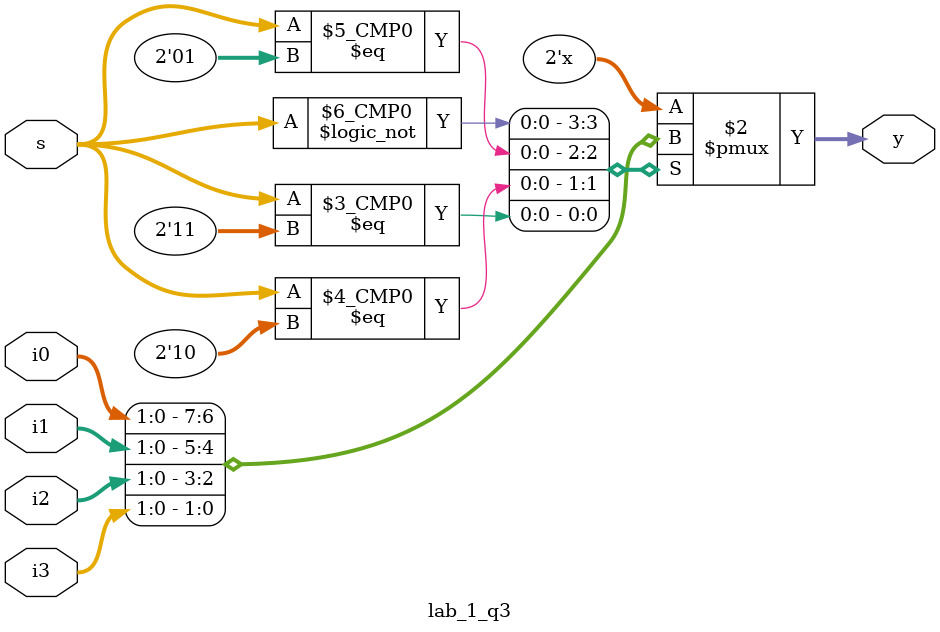
<source format=v>
`timescale 1ns / 1ps

module lab_1_q3(
    input [1:0]i0, i1, i2, i3,
    input [1:0]s,
    output reg [1:0]y
    );
    
    always@(*)
    begin
        case(s)
            2'b00: y = i0;
            2'b01: y = i1;
            2'b10: y = i2;
            2'b11: y = i3;
            default: y = 2'bxx;
        endcase
    end
endmodule

</source>
